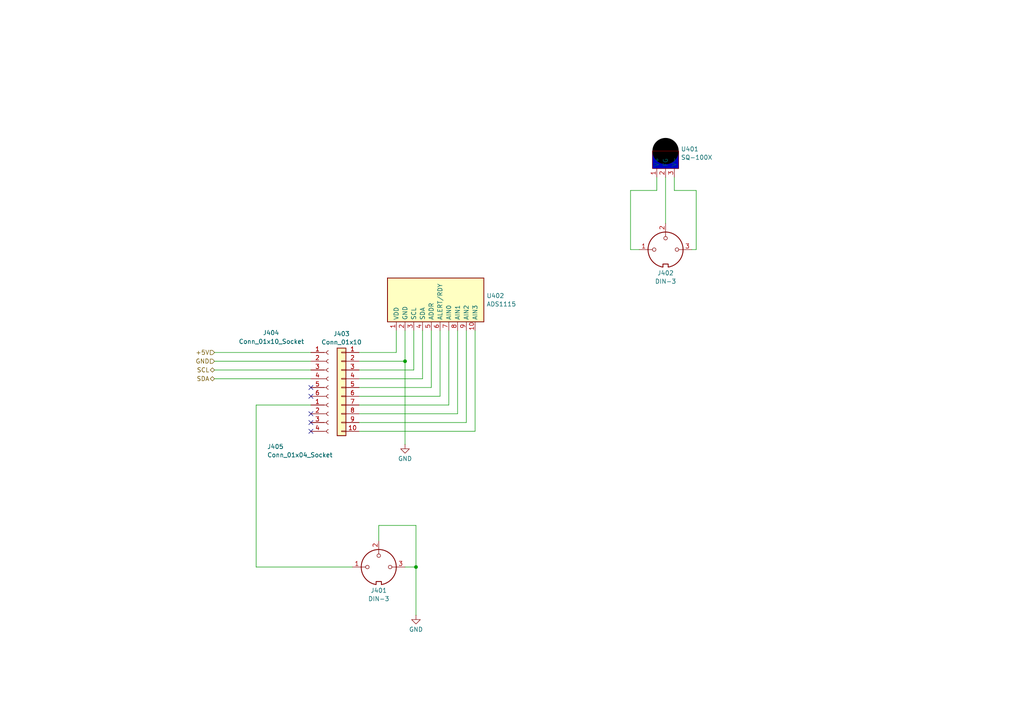
<source format=kicad_sch>
(kicad_sch (version 20250114) (generator "eeschema") (generator_version "9.0")
  (paper "A4")
  (lib_symbols
    (symbol "Connector:Conn_01x04_Socket" (pin_names (offset 1.016) (hide yes))
      (property "Reference" "J" (at 0 5.08 0))
      (property "Value" "Conn_01x04_Socket" (at 0 -7.62 0))
      (symbol "Conn_01x04_Socket_1_1"
        (polyline (pts (xy -1.27 2.54) (xy -0.508 2.54)) (stroke (width 0.1524)))
        (polyline (pts (xy -1.27 0) (xy -0.508 0)) (stroke (width 0.1524)))
        (polyline (pts (xy -1.27 -2.54) (xy -0.508 -2.54)) (stroke (width 0.1524)))
        (polyline (pts (xy -1.27 -5.08) (xy -0.508 -5.08)) (stroke (width 0.1524)))
        (arc (start 0 2.032) (mid -0.5058 2.54) (end 0 3.048) (stroke (width 0.1524)))
        (arc (start 0 -0.508) (mid -0.5058 0) (end 0 0.508) (stroke (width 0.1524)))
        (arc (start 0 -3.048) (mid -0.5058 -2.54) (end 0 -2.032) (stroke (width 0.1524)))
        (arc (start 0 -5.588) (mid -0.5058 -5.08) (end 0 -4.572) (stroke (width 0.1524)))
        (pin passive line (at -5.08 2.54 0) (length 3.81) (name "Pin_1") (number "1"))
        (pin passive line (at -5.08 0 0) (length 3.81) (name "Pin_2") (number "2"))
        (pin passive line (at -5.08 -2.54 0) (length 3.81) (name "Pin_3") (number "3"))
        (pin passive line (at -5.08 -5.08 0) (length 3.81) (name "Pin_4") (number "4"))
      )
    )
    (symbol "Connector:Conn_01x06_Socket" (pin_names (offset 1.016) (hide yes))
      (property "Reference" "J" (at 0 7.62 0))
      (property "Value" "Conn_01x06_Socket" (at 0 -10.16 0))
      (symbol "Conn_01x06_Socket_1_1"
        (polyline (pts (xy -1.27 5.08) (xy -0.508 5.08)) (stroke (width 0.1524)))
        (polyline (pts (xy -1.27 2.54) (xy -0.508 2.54)) (stroke (width 0.1524)))
        (polyline (pts (xy -1.27 0) (xy -0.508 0)) (stroke (width 0.1524)))
        (polyline (pts (xy -1.27 -2.54) (xy -0.508 -2.54)) (stroke (width 0.1524)))
        (polyline (pts (xy -1.27 -5.08) (xy -0.508 -5.08)) (stroke (width 0.1524)))
        (polyline (pts (xy -1.27 -7.62) (xy -0.508 -7.62)) (stroke (width 0.1524)))
        (arc (start 0 4.572) (mid -0.5058 5.08) (end 0 5.588) (stroke (width 0.1524)))
        (arc (start 0 2.032) (mid -0.5058 2.54) (end 0 3.048) (stroke (width 0.1524)))
        (arc (start 0 -0.508) (mid -0.5058 0) (end 0 0.508) (stroke (width 0.1524)))
        (arc (start 0 -3.048) (mid -0.5058 -2.54) (end 0 -2.032) (stroke (width 0.1524)))
        (arc (start 0 -5.588) (mid -0.5058 -5.08) (end 0 -4.572) (stroke (width 0.1524)))
        (arc (start 0 -8.128) (mid -0.5058 -7.62) (end 0 -7.112) (stroke (width 0.1524)))
        (pin passive line (at -5.08 5.08 0) (length 3.81) (name "Pin_1") (number "1"))
        (pin passive line (at -5.08 2.54 0) (length 3.81) (name "Pin_2") (number "2"))
        (pin passive line (at -5.08 0 0) (length 3.81) (name "Pin_3") (number "3"))
        (pin passive line (at -5.08 -2.54 0) (length 3.81) (name "Pin_4") (number "4"))
        (pin passive line (at -5.08 -5.08 0) (length 3.81) (name "Pin_5") (number "5"))
        (pin passive line (at -5.08 -7.62 0) (length 3.81) (name "Pin_6") (number "6"))
      )
    )
    (symbol "Connector:DIN-3" (pin_names (offset 1.016))
      (property "Reference" "J" (at 3.302 6.35 0))
      (property "Value" "DIN-3" (at 0 -6.35 0))
      (symbol "DIN-3_0_1"
        (polyline (pts (xy -3.81 0) (xy -5.08 0)))
        (circle (center -3.302 0) (radius 0.508))
        (polyline (pts (xy -0.762 -4.953) (xy -0.762 -4.191) (xy 0.762 -4.191) (xy 0.762 -4.953)) (stroke (width 0.254)))
        (arc (start 5.08 0) (mid 3.8673 -3.3444) (end 0.762 -5.08) (stroke (width 0.254)))
        (polyline (pts (xy 0 3.81) (xy 0 5.08)))
        (circle (center 0 3.302) (radius 0.508))
        (arc (start -5.08 0) (mid 0 5.0579) (end 5.08 0) (stroke (width 0.254)))
        (arc (start -0.762 -5.08) (mid -3.8597 -3.3379) (end -5.08 0) (stroke (width 0.254)))
        (circle (center 3.302 0) (radius 0.508))
        (polyline (pts (xy 5.08 0) (xy 3.81 0)))
      )
      (symbol "DIN-3_1_1"
        (pin passive line (at -7.62 0 0) (length 2.54) (name "~") (number "1"))
        (pin passive line (at 0 7.62 270) (length 2.54) (name "~") (number "2"))
        (pin passive line (at 7.62 0 180) (length 2.54) (name "~") (number "3"))
      )
    )
    (symbol "Connector_Generic:Conn_01x10" (pin_names (offset 1.016) (hide yes))
      (property "Reference" "J" (at 0 12.7 0))
      (property "Value" "Conn_01x10" (at 0 -15.24 0))
      (symbol "Conn_01x10_1_1"
        (rectangle (start -1.27 11.43) (end 1.27 -13.97) (stroke (width 0.254)) (fill (type background)))
        (rectangle (start -1.27 10.287) (end 0 10.033) (stroke (width 0.1524)))
        (rectangle (start -1.27 7.747) (end 0 7.493) (stroke (width 0.1524)))
        (rectangle (start -1.27 5.207) (end 0 4.953) (stroke (width 0.1524)))
        (rectangle (start -1.27 2.667) (end 0 2.413) (stroke (width 0.1524)))
        (rectangle (start -1.27 0.127) (end 0 -0.127) (stroke (width 0.1524)))
        (rectangle (start -1.27 -2.413) (end 0 -2.667) (stroke (width 0.1524)))
        (rectangle (start -1.27 -4.953) (end 0 -5.207) (stroke (width 0.1524)))
        (rectangle (start -1.27 -7.493) (end 0 -7.747) (stroke (width 0.1524)))
        (rectangle (start -1.27 -10.033) (end 0 -10.287) (stroke (width 0.1524)))
        (rectangle (start -1.27 -12.573) (end 0 -12.827) (stroke (width 0.1524)))
        (pin passive line (at -5.08 10.16 0) (length 3.81) (name "Pin_1") (number "1"))
        (pin passive line (at -5.08 7.62 0) (length 3.81) (name "Pin_2") (number "2"))
        (pin passive line (at -5.08 5.08 0) (length 3.81) (name "Pin_3") (number "3"))
        (pin passive line (at -5.08 2.54 0) (length 3.81) (name "Pin_4") (number "4"))
        (pin passive line (at -5.08 0 0) (length 3.81) (name "Pin_5") (number "5"))
        (pin passive line (at -5.08 -2.54 0) (length 3.81) (name "Pin_6") (number "6"))
        (pin passive line (at -5.08 -5.08 0) (length 3.81) (name "Pin_7") (number "7"))
        (pin passive line (at -5.08 -7.62 0) (length 3.81) (name "Pin_8") (number "8"))
        (pin passive line (at -5.08 -10.16 0) (length 3.81) (name "Pin_9") (number "9"))
        (pin passive line (at -5.08 -12.7 0) (length 3.81) (name "Pin_10") (number "10"))
      )
    )
    (symbol "M302N-symlib:ADS1115" (on_board no)
      (property "Reference" "U" (at -1.524 3.81 0))
      (property "Value" "ADS1115" (at -0.508 1.524 0))
      (symbol "ADS1115_0_1"
        (rectangle (start -13.97 0) (end 13.97 -12.7) (stroke (width 0.254)) (fill (type background)))
      )
      (symbol "ADS1115_1_1"
        (pin power_in line (at -11.43 -15.24 90) (length 2.54) (name "VDD") (number "1"))
        (pin power_in line (at -8.89 -15.24 90) (length 2.54) (name "GND") (number "2"))
        (pin input line (at -6.35 -15.24 90) (length 2.54) (name "SCL") (number "3"))
        (pin bidirectional line (at -3.81 -15.24 90) (length 2.54) (name "SDA") (number "4"))
        (pin input line (at -1.27 -15.24 90) (length 2.54) (name "ADDR") (number "5"))
        (pin output line (at 1.27 -15.24 90) (length 2.54) (name "ALERT/RDY") (number "6"))
        (pin input line (at 3.81 -15.24 90) (length 2.54) (name "AIN0") (number "7"))
        (pin input line (at 6.35 -15.24 90) (length 2.54) (name "AIN1") (number "8"))
        (pin input line (at 8.89 -15.24 90) (length 2.54) (name "AIN2") (number "9"))
        (pin input line (at 11.43 -15.24 90) (length 2.54) (name "AIN3") (number "10"))
      )
    )
    (symbol "M302N-symlib:SQ-100X" (on_board no)
      (property "Reference" "U" (at -0.762 4.064 0))
      (property "Value" "SQ-100X" (at 0 2.032 0))
      (symbol "SQ-100X_1_1"
        (rectangle (start -3.81 -2.54) (end 3.81 -7.62) (fill (type color) (color 0 0 194 1)))
        (circle (center 0 -2.54) (radius 3.81) (stroke (width -0.0001)) (fill (type color) (color 0 0 0 1)))
        (pin output line (at -2.54 -10.16 90) (length 2.54) (name "V+") (number "1"))
        (pin bidirectional line (at 0 -10.16 90) (length 2.54) (name "FG") (number "2"))
        (pin bidirectional line (at 2.54 -10.16 90) (length 2.54) (name "V-") (number "3"))
      )
    )
    (symbol "power:GND" (power) (pin_numbers (hide yes)) (pin_names (offset 0) (hide yes))
      (property "Value" "GND" (at 0 -3.81 0))
      (symbol "GND_0_1"
        (polyline (pts (xy 0 0) (xy 0 -1.27) (xy 1.27 -1.27) (xy 0 -2.54) (xy -1.27 -1.27) (xy 0 -1.27)))
      )
      (symbol "GND_1_1"
        (pin power_in line (at 0 0 270) (length 0) (name "~") (number "1"))
      )
    )
  )
  (junction (at 117.475 104.775))
  (junction (at 120.65 164.465))
  (no_connect (at 90.17 114.935))
  (no_connect (at 90.17 120.015))
  (no_connect (at 90.17 112.395))
  (no_connect (at 90.17 122.555))
  (no_connect (at 90.17 125.095))
  (wire (pts (xy 130.175 95.885) (xy 130.175 117.475)))
  (wire (pts (xy 120.015 95.885) (xy 120.015 107.315)))
  (wire (pts (xy 104.14 125.095) (xy 137.795 125.095)))
  (wire (pts (xy 193.04 51.435) (xy 193.04 64.77)))
  (wire (pts (xy 135.255 95.885) (xy 135.255 122.555)))
  (wire (pts (xy 135.255 122.555) (xy 104.14 122.555)))
  (wire (pts (xy 125.095 95.885) (xy 125.095 112.395)))
  (wire (pts (xy 122.555 109.855) (xy 122.555 95.885)))
  (wire (pts (xy 114.935 95.885) (xy 114.935 102.235)))
  (wire (pts (xy 195.58 51.435) (xy 195.58 55.245)))
  (wire (pts (xy 130.175 117.475) (xy 104.14 117.475)))
  (wire (pts (xy 74.295 117.475) (xy 74.295 164.465)))
  (wire (pts (xy 104.14 120.015) (xy 132.715 120.015)))
  (wire (pts (xy 190.5 55.245) (xy 182.88 55.245)))
  (wire (pts (xy 62.23 109.855) (xy 90.17 109.855)))
  (wire (pts (xy 117.475 104.775) (xy 104.14 104.775)))
  (wire (pts (xy 74.295 164.465) (xy 102.235 164.465)))
  (wire (pts (xy 195.58 55.245) (xy 201.93 55.245)))
  (wire (pts (xy 182.88 72.39) (xy 185.42 72.39)))
  (wire (pts (xy 90.17 117.475) (xy 74.295 117.475)))
  (wire (pts (xy 182.88 55.245) (xy 182.88 72.39)))
  (wire (pts (xy 190.5 51.435) (xy 190.5 55.245)))
  (wire (pts (xy 109.855 152.4) (xy 120.65 152.4)))
  (wire (pts (xy 137.795 125.095) (xy 137.795 95.885)))
  (wire (pts (xy 114.935 102.235) (xy 104.14 102.235)))
  (wire (pts (xy 62.23 104.775) (xy 90.17 104.775)))
  (wire (pts (xy 117.475 104.775) (xy 117.475 128.905)))
  (wire (pts (xy 201.93 72.39) (xy 200.66 72.39)))
  (wire (pts (xy 109.855 156.845) (xy 109.855 152.4)))
  (wire (pts (xy 104.14 109.855) (xy 122.555 109.855)))
  (wire (pts (xy 201.93 55.245) (xy 201.93 72.39)))
  (wire (pts (xy 127.635 114.935) (xy 127.635 95.885)))
  (wire (pts (xy 120.65 164.465) (xy 117.475 164.465)))
  (wire (pts (xy 120.65 152.4) (xy 120.65 164.465)))
  (wire (pts (xy 104.14 114.935) (xy 127.635 114.935)))
  (wire (pts (xy 62.23 107.315) (xy 90.17 107.315)))
  (wire (pts (xy 125.095 112.395) (xy 104.14 112.395)))
  (wire (pts (xy 120.015 107.315) (xy 104.14 107.315)))
  (wire (pts (xy 62.23 102.235) (xy 90.17 102.235)))
  (wire (pts (xy 117.475 95.885) (xy 117.475 104.775)))
  (wire (pts (xy 132.715 120.015) (xy 132.715 95.885)))
  (wire (pts (xy 120.65 164.465) (xy 120.65 178.435)))
  (hierarchical_label "+5V" (shape input) (at 62.23 102.235 180))
  (hierarchical_label "GND" (shape input) (at 62.23 104.775 180))
  (hierarchical_label "SCL" (shape bidirectional) (at 62.23 107.315 180))
  (hierarchical_label "SDA" (shape bidirectional) (at 62.23 109.855 180))
  (symbol (lib_id "Connector:DIN-3") (at 109.855 164.465 0) (unit 1) (on_board no)
    (property "Reference" "J401" (at 109.855 171.265 0))
    (property "Value" "DIN-3" (at 109.855 173.6893 0))
    (property "Datasheet" "http://www.mouser.com/ds/2/18/40_c091_abd_e-75918.pdf" (effects (hide yes)))
    (property "Description" "3-pin DIN connector" (effects (hide yes)))
  )
  (symbol (lib_id "Connector:Conn_01x06_Socket") (at 95.25 107.315 0) (unit 1)
    (property "Reference" "J404" (at 76.2 96.52 0) (effects (justify left)))
    (property "Value" "Conn_01x10_Socket" (at 69.215 99.06 0) (effects (justify left)))
    (property "Description" "Generic connector, single row, 01x06, script generated" (effects (hide yes)))
  )
  (symbol (lib_id "power:GND") (at 120.65 178.435 0) (unit 1)
    (property "Reference" "#PWR0401" (effects (hide yes)))
    (property "Value" "GND" (at 120.65 182.5681 0))
    (property "Description" "Power symbol creates a global label with name \"GND\" , ground" (effects (hide yes)))
  )
  (symbol (lib_id "Connector:Conn_01x04_Socket") (at 95.25 120.015 0) (unit 1)
    (property "Reference" "J405" (at 77.47 129.54 0) (effects (justify left)))
    (property "Value" "Conn_01x04_Socket" (at 77.47 131.9643 0) (effects (justify left)))
    (property "Description" "Generic connector, single row, 01x04, script generated" (effects (hide yes)))
  )
  (symbol (lib_id "M302N-symlib:ADS1115") (at 126.365 80.645 0) (unit 1) (on_board no)
    (property "Reference" "U402" (at 141.097 85.7828 0) (effects (justify left)))
    (property "Value" "ADS1115" (at 141.097 88.2071 0) (effects (justify left)))
    (property "Datasheet" "https://www.amazon.co.jp/KKHMF-ADS1115-4%E3%83%81%E3%83%A3%E3%83%B3%E3%83%8D%E3%83%AB-%E3%82%B2%E3%82%A4%E3%83%B3%E3%82%A2%E3%83%B3%E3%83%97-Arduino/dp/B07J4R941L" (effects (hide yes)))
  )
  (symbol (lib_id "Connector_Generic:Conn_01x10") (at 99.06 112.395 0) (mirror y) (unit 1)
    (property "Reference" "J403" (at 99.06 96.8205 0))
    (property "Value" "Conn_01x10" (at 99.06 99.2448 0))
    (property "Description" "Generic connector, single row, 01x10, script generated (kicad-library-utils/schlib/autogen/connector/)" (effects (hide yes)))
  )
  (symbol (lib_id "M302N-symlib:SQ-100X") (at 193.04 41.275 0) (unit 1) (on_board no)
    (property "Reference" "U401" (at 197.485 43.2378 0) (effects (justify left)))
    (property "Value" "SQ-100X" (at 197.485 45.6621 0) (effects (justify left)))
    (property "Datasheet" "https://www.senecom.co.jp/sq100x.html" (effects (hide yes)))
  )
  (symbol (lib_id "Connector:DIN-3") (at 193.04 72.39 0) (unit 1) (on_board no)
    (property "Reference" "J402" (at 193.04 79.19 0))
    (property "Value" "DIN-3" (at 193.04 81.6143 0))
    (property "Datasheet" "http://www.mouser.com/ds/2/18/40_c091_abd_e-75918.pdf" (effects (hide yes)))
    (property "Description" "3-pin DIN connector" (effects (hide yes)))
  )
  (symbol (lib_id "power:GND") (at 117.475 128.905 0) (unit 1)
    (property "Reference" "#PWR0402" (effects (hide yes)))
    (property "Value" "GND" (at 117.475 133.0381 0))
    (property "Description" "Power symbol creates a global label with name \"GND\" , ground" (effects (hide yes)))
  )
)
</source>
